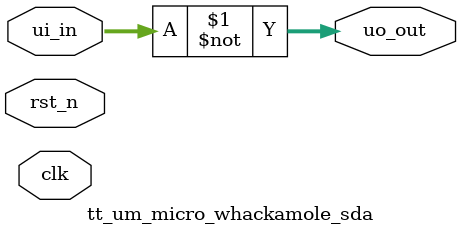
<source format=v>
/*
 * tt_um_micro_whackamole_sda.v
 *
 * A simple Whack-A-Mole game using a Micro tile
 *
 * Author: Sagar Dev Achar
 */

`default_nettype none

module tt_um_micro_whackamole_sda (
    input  wire [7:0] ui_in,    // Dedicated inputs
    output wire [7:0] uo_out,   // Dedicated outputs
    input  wire       clk,      // clock
    input  wire       rst_n     // reset_n - low to reset
);

  assign uo_out = ~ui_in;

endmodule  // tt_um_whackamole_sda

</source>
